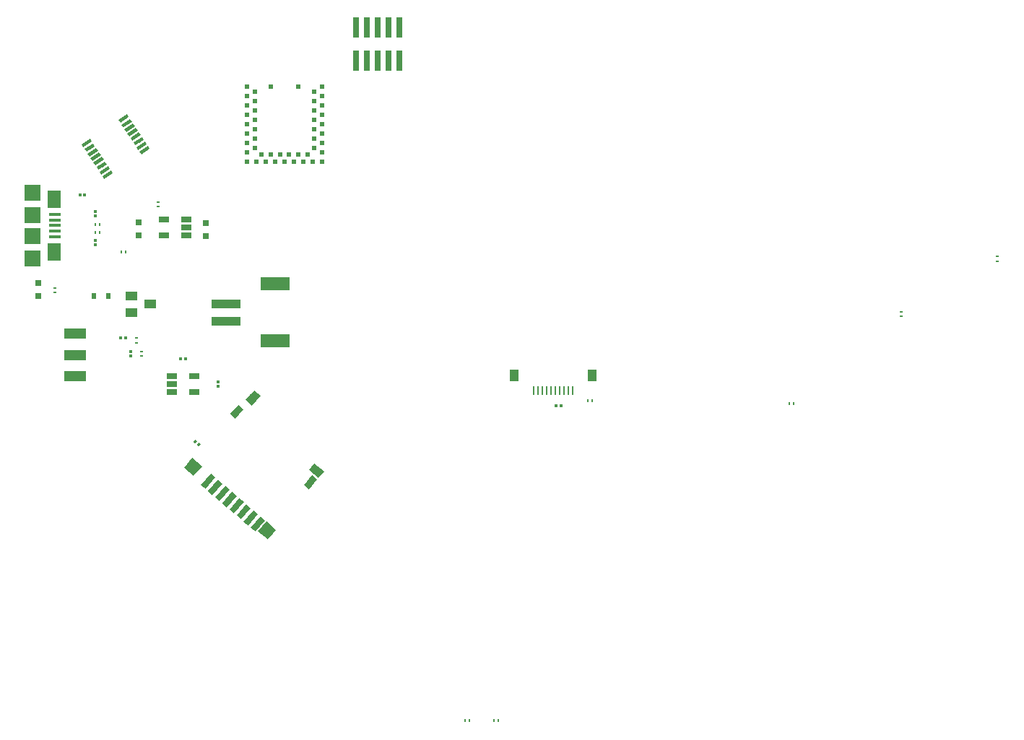
<source format=gbp>
G04 #@! TF.GenerationSoftware,KiCad,Pcbnew,(5.0.0-rc2-dev-321-g78161b592)*
G04 #@! TF.CreationDate,2018-05-29T00:04:33-06:00*
G04 #@! TF.ProjectId,dragon,647261676F6E2E6B696361645F706362,1.0*
G04 #@! TF.SameCoordinates,Original*
G04 #@! TF.FileFunction,Paste,Bot*
G04 #@! TF.FilePolarity,Positive*
%FSLAX46Y46*%
G04 Gerber Fmt 4.6, Leading zero omitted, Abs format (unit mm)*
G04 Created by KiCad (PCBNEW (5.0.0-rc2-dev-321-g78161b592)) date 05/29/18 00:04:33*
%MOMM*%
%LPD*%
G01*
G04 APERTURE LIST*
%ADD10R,0.350000X0.300000*%
%ADD11R,0.300000X0.350000*%
%ADD12R,0.750000X0.800000*%
%ADD13R,0.800000X0.800000*%
%ADD14R,0.600000X0.800000*%
%ADD15R,1.350000X0.400000*%
%ADD16R,1.900000X1.900000*%
%ADD17R,1.600000X2.100000*%
%ADD18C,0.700176*%
%ADD19C,0.100000*%
%ADD20C,0.701190*%
%ADD21C,0.700642*%
%ADD22C,0.700870*%
%ADD23C,0.700982*%
%ADD24C,0.700174*%
%ADD25C,0.700710*%
%ADD26C,0.701054*%
%ADD27C,1.500920*%
%ADD28C,1.501800*%
%ADD29C,0.800584*%
%ADD30C,0.800364*%
%ADD31C,1.000010*%
%ADD32C,1.001290*%
%ADD33R,3.400000X1.500000*%
%ADD34R,3.500000X1.000000*%
%ADD35R,0.740000X2.400000*%
%ADD36R,0.280000X0.430000*%
%ADD37R,0.430000X0.280000*%
%ADD38R,2.500000X1.250000*%
%ADD39C,0.400000*%
%ADD40R,1.220000X0.650000*%
%ADD41R,0.500000X0.500000*%
%ADD42R,0.254000X1.016000*%
%ADD43R,1.016000X1.346200*%
%ADD44C,0.300000*%
%ADD45R,1.400000X1.000000*%
G04 APERTURE END LIST*
D10*
X87300000Y-83820000D03*
X87300000Y-84380000D03*
X87300000Y-80420000D03*
X87300000Y-80980000D03*
D11*
X86080000Y-78525000D03*
X85520000Y-78525000D03*
D12*
X92400000Y-81750000D03*
X92400000Y-83250000D03*
D10*
X91425000Y-96870000D03*
X91425000Y-97430000D03*
D12*
X100300000Y-83350000D03*
X100300000Y-81850000D03*
D11*
X90880000Y-95300000D03*
X90320000Y-95300000D03*
X97880000Y-97700000D03*
X97320000Y-97700000D03*
D10*
X101700000Y-100980000D03*
X101700000Y-100420000D03*
D13*
X80600000Y-88800000D03*
X80600000Y-90400000D03*
D14*
X87160000Y-90350000D03*
X88860000Y-90350000D03*
D15*
X82600000Y-83400000D03*
X82600000Y-82750000D03*
X82600000Y-82100000D03*
X82600000Y-81450000D03*
X82600000Y-80800000D03*
D16*
X79950000Y-83300000D03*
X79950000Y-80900000D03*
X79950000Y-85950000D03*
D17*
X82500000Y-85200000D03*
X82500000Y-79000000D03*
D16*
X79950000Y-78250000D03*
D18*
X100546255Y-112085284D03*
D19*
G36*
X100240939Y-112977110D02*
X99710112Y-112520527D01*
X100851571Y-111193458D01*
X101382398Y-111650041D01*
X100240939Y-112977110D01*
X100240939Y-112977110D01*
G37*
D20*
X101380203Y-112802592D03*
D19*
G36*
X101074443Y-113695712D02*
X100542847Y-113238467D01*
X101685963Y-111909472D01*
X102217559Y-112366717D01*
X101074443Y-113695712D01*
X101074443Y-113695712D01*
G37*
D21*
X102214151Y-113519900D03*
D19*
G36*
X101908630Y-114412322D02*
X101377450Y-113955434D01*
X102519672Y-112627478D01*
X103050852Y-113084366D01*
X101908630Y-114412322D01*
X101908630Y-114412322D01*
G37*
D22*
X103048099Y-114237209D03*
D19*
G36*
X102742479Y-115129921D02*
X102211125Y-114672885D01*
X103353719Y-113344497D01*
X103885073Y-113801533D01*
X102742479Y-115129921D01*
X102742479Y-115129921D01*
G37*
D23*
X103882046Y-114954517D03*
D19*
G36*
X103576377Y-115847372D02*
X103044939Y-115390262D01*
X104187715Y-114061662D01*
X104719153Y-114518772D01*
X103576377Y-115847372D01*
X103576377Y-115847372D01*
G37*
D24*
X104715994Y-115671825D03*
D19*
G36*
X104410681Y-116563647D02*
X103879855Y-116107064D01*
X105021307Y-114780003D01*
X105552133Y-115236586D01*
X104410681Y-116563647D01*
X104410681Y-116563647D01*
G37*
D25*
X105549942Y-116389133D03*
D19*
G36*
X105244395Y-117281637D02*
X104713163Y-116824706D01*
X105855489Y-115496629D01*
X106386721Y-115953560D01*
X105244395Y-117281637D01*
X105244395Y-117281637D01*
G37*
D26*
X106383890Y-117106442D03*
D19*
G36*
X106078190Y-117999388D02*
X105546697Y-117542232D01*
X106689590Y-116213496D01*
X107221083Y-116670652D01*
X106078190Y-117999388D01*
X106078190Y-117999388D01*
G37*
D27*
X107450977Y-117859403D03*
D19*
G36*
X108509300Y-117779827D02*
X107530553Y-118917726D01*
X106392654Y-117938979D01*
X107371401Y-116801080D01*
X108509300Y-117779827D01*
X108509300Y-117779827D01*
G37*
D28*
X98770338Y-110392876D03*
D19*
G36*
X99829282Y-110313254D02*
X98849960Y-111451820D01*
X97711394Y-110472498D01*
X98690716Y-109333932D01*
X99829282Y-110313254D01*
X99829282Y-110313254D01*
G37*
D29*
X112539598Y-112211699D03*
D19*
G36*
X112353641Y-113041747D02*
X111746690Y-112519687D01*
X112725555Y-111381651D01*
X113332506Y-111903711D01*
X112353641Y-113041747D01*
X112353641Y-113041747D01*
G37*
D30*
X103903757Y-103926336D03*
D19*
G36*
X103750471Y-104718231D02*
X103143688Y-104196315D01*
X104057043Y-103134441D01*
X104663826Y-103656357D01*
X103750471Y-104718231D01*
X103750471Y-104718231D01*
G37*
D31*
X113248608Y-110843003D03*
D19*
G36*
X114143265Y-110953009D02*
X113491160Y-111711151D01*
X112353951Y-110732997D01*
X113006056Y-109974855D01*
X114143265Y-110953009D01*
X114143265Y-110953009D01*
G37*
D32*
X105804651Y-102329746D03*
D19*
G36*
X105694504Y-103225548D02*
X104935392Y-102572609D01*
X105914798Y-101433944D01*
X106673910Y-102086883D01*
X105694504Y-103225548D01*
X105694504Y-103225548D01*
G37*
D33*
X108375000Y-95650000D03*
X108375000Y-88950000D03*
D34*
X102625000Y-93300000D03*
X102625000Y-91300000D03*
D35*
X122990000Y-62800000D03*
X122990000Y-58900000D03*
X121720000Y-62800000D03*
X121720000Y-58900000D03*
X120450000Y-62800000D03*
X120450000Y-58900000D03*
X119180000Y-62800000D03*
X119180000Y-58900000D03*
X117910000Y-62800000D03*
X117910000Y-58900000D03*
D36*
X87820953Y-82895000D03*
X87300953Y-82895000D03*
X87300953Y-81955000D03*
X87820953Y-81955000D03*
D37*
X82600000Y-89960000D03*
X82600000Y-89440000D03*
X94700000Y-79340000D03*
X94700000Y-79860000D03*
X92775000Y-97385000D03*
X92775000Y-96865000D03*
X92175000Y-95315000D03*
X92175000Y-95835000D03*
D36*
X90340000Y-85200000D03*
X90860000Y-85200000D03*
X134040000Y-140150000D03*
X134560000Y-140150000D03*
X131160000Y-140150000D03*
X130640000Y-140150000D03*
X145090000Y-102600000D03*
X145610000Y-102600000D03*
D37*
X181800000Y-92710000D03*
X181800000Y-92190000D03*
X193100000Y-85740000D03*
X193100000Y-86260000D03*
D36*
X168640000Y-103000000D03*
X169160000Y-103000000D03*
D38*
X84950000Y-94800000D03*
X84950000Y-97300000D03*
X84950000Y-99800000D03*
D39*
X86304492Y-72437651D03*
D19*
G36*
X86693566Y-71939032D02*
X86914923Y-72272200D01*
X85915418Y-72936270D01*
X85694061Y-72603102D01*
X86693566Y-71939032D01*
X86693566Y-71939032D01*
G37*
D39*
X86655896Y-72966556D03*
D19*
G36*
X87044970Y-72467937D02*
X87266327Y-72801105D01*
X86266822Y-73465175D01*
X86045465Y-73132007D01*
X87044970Y-72467937D01*
X87044970Y-72467937D01*
G37*
D39*
X87007298Y-73495461D03*
D19*
G36*
X87396372Y-72996842D02*
X87617729Y-73330010D01*
X86618224Y-73994080D01*
X86396867Y-73660912D01*
X87396372Y-72996842D01*
X87396372Y-72996842D01*
G37*
D39*
X87358703Y-74024366D03*
D19*
G36*
X87747777Y-73525747D02*
X87969134Y-73858915D01*
X86969629Y-74522985D01*
X86748272Y-74189817D01*
X87747777Y-73525747D01*
X87747777Y-73525747D01*
G37*
D39*
X87710107Y-74553271D03*
D19*
G36*
X88099181Y-74054652D02*
X88320538Y-74387820D01*
X87321033Y-75051890D01*
X87099676Y-74718722D01*
X88099181Y-74054652D01*
X88099181Y-74054652D01*
G37*
D39*
X88061510Y-75082176D03*
D19*
G36*
X88450584Y-74583557D02*
X88671941Y-74916725D01*
X87672436Y-75580795D01*
X87451079Y-75247627D01*
X88450584Y-74583557D01*
X88450584Y-74583557D01*
G37*
D39*
X88412914Y-75611080D03*
D19*
G36*
X88801988Y-75112461D02*
X89023345Y-75445629D01*
X88023840Y-76109699D01*
X87802483Y-75776531D01*
X88801988Y-75112461D01*
X88801988Y-75112461D01*
G37*
D39*
X88764317Y-76139985D03*
D19*
G36*
X89153391Y-75641366D02*
X89374748Y-75974534D01*
X88375243Y-76638604D01*
X88153886Y-76305436D01*
X89153391Y-75641366D01*
X89153391Y-75641366D01*
G37*
D39*
X93095508Y-73262349D03*
D19*
G36*
X93484582Y-72763730D02*
X93705939Y-73096898D01*
X92706434Y-73760968D01*
X92485077Y-73427800D01*
X93484582Y-72763730D01*
X93484582Y-72763730D01*
G37*
D39*
X92744104Y-72733444D03*
D19*
G36*
X93133178Y-72234825D02*
X93354535Y-72567993D01*
X92355030Y-73232063D01*
X92133673Y-72898895D01*
X93133178Y-72234825D01*
X93133178Y-72234825D01*
G37*
D39*
X92392702Y-72204539D03*
D19*
G36*
X92781776Y-71705920D02*
X93003133Y-72039088D01*
X92003628Y-72703158D01*
X91782271Y-72369990D01*
X92781776Y-71705920D01*
X92781776Y-71705920D01*
G37*
D39*
X92041297Y-71675634D03*
D19*
G36*
X92430371Y-71177015D02*
X92651728Y-71510183D01*
X91652223Y-72174253D01*
X91430866Y-71841085D01*
X92430371Y-71177015D01*
X92430371Y-71177015D01*
G37*
D39*
X91689893Y-71146729D03*
D19*
G36*
X92078967Y-70648110D02*
X92300324Y-70981278D01*
X91300819Y-71645348D01*
X91079462Y-71312180D01*
X92078967Y-70648110D01*
X92078967Y-70648110D01*
G37*
D39*
X91338490Y-70617824D03*
D19*
G36*
X91727564Y-70119205D02*
X91948921Y-70452373D01*
X90949416Y-71116443D01*
X90728059Y-70783275D01*
X91727564Y-70119205D01*
X91727564Y-70119205D01*
G37*
D39*
X90987086Y-70088920D03*
D19*
G36*
X91376160Y-69590301D02*
X91597517Y-69923469D01*
X90598012Y-70587539D01*
X90376655Y-70254371D01*
X91376160Y-69590301D01*
X91376160Y-69590301D01*
G37*
D39*
X90635683Y-69560015D03*
D19*
G36*
X91024757Y-69061396D02*
X91246114Y-69394564D01*
X90246609Y-70058634D01*
X90025252Y-69725466D01*
X91024757Y-69061396D01*
X91024757Y-69061396D01*
G37*
D40*
X98010000Y-81350000D03*
X98010000Y-82300000D03*
X98010000Y-83250000D03*
X95390000Y-83250000D03*
X95390000Y-81350000D03*
X98910000Y-101650000D03*
X98910000Y-99750000D03*
X96290000Y-99750000D03*
X96290000Y-100700000D03*
X96290000Y-101650000D03*
D41*
X113900000Y-65850001D03*
X113000000Y-66400000D03*
X113900000Y-66950000D03*
X113000000Y-67499999D03*
X113900000Y-68050000D03*
X113000000Y-68600000D03*
X113900000Y-69150000D03*
X113000000Y-69700000D03*
X113900000Y-70250000D03*
X113000000Y-70800001D03*
X113900000Y-71350000D03*
X113000000Y-71900000D03*
X113900000Y-72450000D03*
X113000000Y-73000000D03*
X113900000Y-73549999D03*
X113900000Y-74650000D03*
X112800000Y-74650001D03*
X112250000Y-73750000D03*
X111700000Y-74650000D03*
X111150000Y-73750000D03*
X110600000Y-74650000D03*
X110050000Y-73750000D03*
X109500000Y-74650001D03*
X108950000Y-73750000D03*
X108400000Y-74650000D03*
X107850000Y-73750000D03*
X107300000Y-74650000D03*
X106750000Y-73750000D03*
X106199999Y-74650000D03*
X105100000Y-74650000D03*
X105100000Y-73550000D03*
X106000000Y-73000000D03*
X105100001Y-72450000D03*
X106000000Y-71900000D03*
X105100000Y-71350000D03*
X106000000Y-70800000D03*
X105100000Y-70250000D03*
X106000000Y-69700000D03*
X105100001Y-69150000D03*
X106000000Y-68600000D03*
X105100000Y-68050000D03*
X106000000Y-67500000D03*
X105100000Y-66950000D03*
X106000000Y-66400000D03*
X105100000Y-65850000D03*
X107850000Y-65849999D03*
X111150000Y-65850000D03*
D42*
X138749999Y-101414000D03*
X139250001Y-101414000D03*
X139750000Y-101414000D03*
X140249999Y-101414000D03*
X140750000Y-101414000D03*
X141250000Y-101414000D03*
X141750001Y-101414000D03*
X142250000Y-101414000D03*
X142749999Y-101414000D03*
X143250001Y-101414000D03*
D43*
X145572000Y-99686800D03*
X136428000Y-99686800D03*
D44*
X98987722Y-107417412D03*
D19*
G36*
X99215559Y-107382553D02*
X98987325Y-107647900D01*
X98759885Y-107452271D01*
X98988119Y-107186924D01*
X99215559Y-107382553D01*
X99215559Y-107382553D01*
G37*
D44*
X99412278Y-107782588D03*
D19*
G36*
X99640115Y-107747729D02*
X99411881Y-108013076D01*
X99184441Y-107817447D01*
X99412675Y-107552100D01*
X99640115Y-107747729D01*
X99640115Y-107747729D01*
G37*
D11*
X141370000Y-103250000D03*
X141930000Y-103250000D03*
D45*
X91530000Y-92270000D03*
X91530000Y-90370000D03*
X93730000Y-91320000D03*
M02*

</source>
